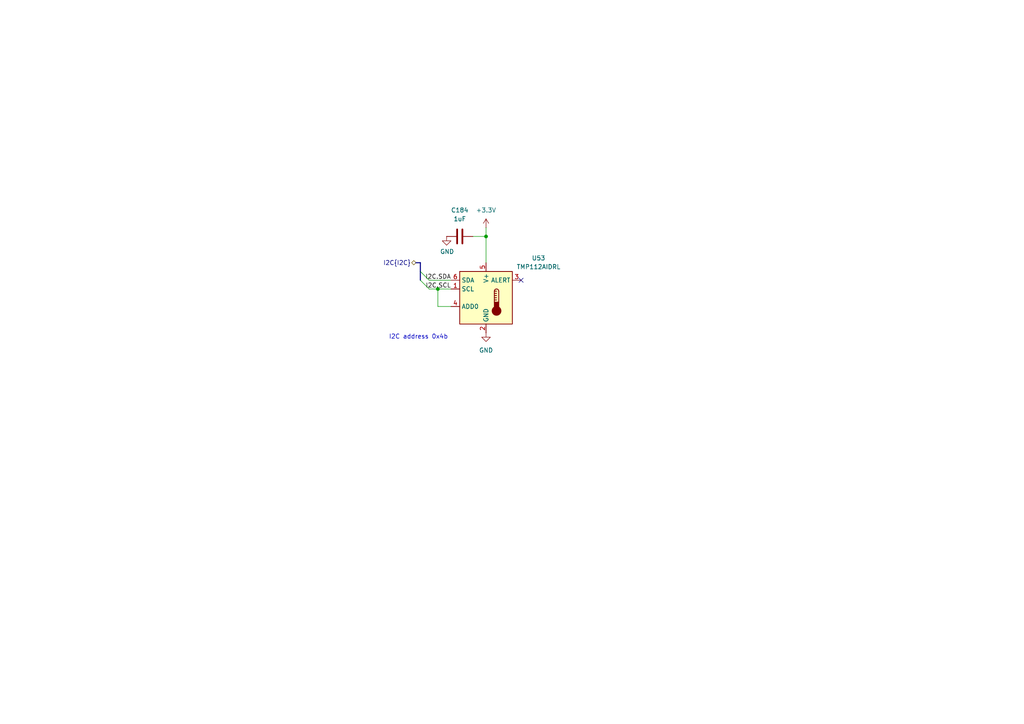
<source format=kicad_sch>
(kicad_sch (version 20250114) (generator "eeschema") (generator_version "9.0")
  (paper "A4")
  (title_block (title "HALPI2") (date "2025-06-06") (rev "v0.4.0") (company "Hat Labs Oy") (comment 1 "https://ohwr.org/cern_ohl_s_v2.pdf") (comment 2 "To view a copy of this license, visit ") (comment 3 "HALPI2 is licensed under CERN-OHL-S v2."))
  (lib_symbols
    (symbol "Device:C" (pin_numbers (hide yes)) (pin_names (offset 0.254))
      (property "Reference" "C" (at 0.635 2.54 0))
      (property "Value" "C" (at 0.635 -2.54 0))
      (symbol "C_0_1"
        (polyline (pts (xy -2.032 0.762) (xy 2.032 0.762)) (stroke (width 0.508)))
        (polyline (pts (xy -2.032 -0.762) (xy 2.032 -0.762)) (stroke (width 0.508)))
      )
      (symbol "C_1_1"
        (pin passive line (at 0 3.81 270) (length 2.794) (name "~") (number "1"))
        (pin passive line (at 0 -3.81 90) (length 2.794) (name "~") (number "2"))
      )
    )
    (symbol "Sensor_Temperature:TMP112xxDRL"
      (property "Reference" "U" (at -2.54 10.795 0))
      (property "Value" "TMP112xxDRL" (at -2.54 8.89 0))
      (symbol "TMP112xxDRL_0_1"
        (rectangle (start -7.62 7.62) (end 7.62 -7.62) (stroke (width 0.254)) (fill (type background)))
      )
      (symbol "TMP112xxDRL_1_1"
        (polyline (pts (xy 2.413 1.905) (xy 2.413 -1.27)) (stroke (width 0.254)))
        (polyline (pts (xy 2.413 1.905) (xy 3.048 1.905)) (stroke (width 0.254)))
        (polyline (pts (xy 2.413 1.27) (xy 3.048 1.27)) (stroke (width 0.254)))
        (polyline (pts (xy 2.413 0.635) (xy 3.048 0.635)) (stroke (width 0.254)))
        (polyline (pts (xy 2.413 0) (xy 3.048 0)) (stroke (width 0.254)))
        (polyline (pts (xy 2.413 -0.635) (xy 3.048 -0.635)) (stroke (width 0.254)))
        (arc (start 2.413 1.905) (mid 3.048 2.5373) (end 3.683 1.905) (stroke (width 0.254)))
        (circle (center 3.048 -3.81) (radius 1.27) (stroke (width 0.254)) (fill (type outline)))
        (polyline (pts (xy 3.683 1.905) (xy 3.683 -1.27)) (stroke (width 0.254)))
        (rectangle (start 3.683 -3.175) (end 2.413 -1.27) (stroke (width 0.254)) (fill (type outline)))
        (pin bidirectional line (at -10.16 5.08 0) (length 2.54) (name "SDA") (number "6"))
        (pin input line (at -10.16 2.54 0) (length 2.54) (name "SCL") (number "1"))
        (pin input line (at -10.16 -2.54 0) (length 2.54) (name "ADD0") (number "4"))
        (pin power_in line (at 0 10.16 270) (length 2.54) (name "V+") (number "5"))
        (pin power_in line (at 0 -10.16 90) (length 2.54) (name "GND") (number "2"))
        (pin open_collector line (at 10.16 5.08 180) (length 2.54) (name "ALERT") (number "3"))
      )
    )
    (symbol "power:+3.3V" (power) (pin_numbers (hide yes)) (pin_names (offset 0) (hide yes))
      (property "Value" "+3.3V" (at 0 3.556 0))
      (symbol "+3.3V_0_1"
        (polyline (pts (xy -0.762 1.27) (xy 0 2.54)))
        (polyline (pts (xy 0 2.54) (xy 0.762 1.27)))
        (polyline (pts (xy 0 0) (xy 0 2.54)))
      )
      (symbol "+3.3V_1_1"
        (pin power_in line (at 0 0 90) (length 0) (name "~") (number "1"))
      )
    )
    (symbol "power:GND" (power) (pin_numbers (hide yes)) (pin_names (offset 0) (hide yes))
      (property "Value" "GND" (at 0 -3.81 0))
      (symbol "GND_0_1"
        (polyline (pts (xy 0 0) (xy 0 -1.27) (xy 1.27 -1.27) (xy 0 -2.54) (xy -1.27 -1.27) (xy 0 -1.27)))
      )
      (symbol "GND_1_1"
        (pin power_in line (at 0 0 270) (length 0) (name "~") (number "1"))
      )
    )
  )
  (text "I2C address 0x4b" (at 112.776 97.79 0) (effects (font (size 1.27 1.27)) (justify left)))
  (junction (at 140.97 68.58))
  (junction (at 127 83.82))
  (no_connect (at 151.13 81.28))
  (bus_entry (at 121.92 81.28) (size 2.54 2.54) (stroke (width 0.1524)))
  (bus_entry (at 121.92 78.74) (size 2.54 2.54) (stroke (width 0.1524)))
  (bus (pts (xy 121.92 78.74) (xy 121.92 81.28)))
  (wire (pts (xy 130.81 88.9) (xy 127 88.9)))
  (wire (pts (xy 130.81 81.28) (xy 124.46 81.28)))
  (bus (pts (xy 121.92 76.2) (xy 120.65 76.2)))
  (wire (pts (xy 127 88.9) (xy 127 83.82)))
  (wire (pts (xy 137.16 68.58) (xy 140.97 68.58)))
  (wire (pts (xy 130.81 83.82) (xy 127 83.82)))
  (wire (pts (xy 127 83.82) (xy 124.46 83.82)))
  (bus (pts (xy 121.92 76.2) (xy 121.92 78.74)))
  (wire (pts (xy 140.97 68.58) (xy 140.97 76.2)))
  (wire (pts (xy 140.97 66.04) (xy 140.97 68.58)))
  (label "I2C.SDA" (at 130.81 81.28 180))
  (label "I2C.SCL" (at 130.81 83.82 180))
  (hierarchical_label "I2C{I2C}" (shape bidirectional) (at 120.65 76.2 180))
  (symbol (lib_id "power:+3.3V") (at 140.97 66.04 0) (unit 1)
    (property "Reference" "#PWR0356" (effects (hide yes)))
    (property "Value" "+3.3V" (at 140.97 60.96 0))
    (property "Description" "Power symbol creates a global label with name \"+3.3V\"" (effects (hide yes)))
  )
  (symbol (lib_id "power:GND") (at 129.54 68.58 0) (unit 1)
    (property "Reference" "#PWR0355" (effects (hide yes)))
    (property "Value" "GND" (at 129.667 72.9742 0))
    (property "Description" "Power symbol creates a global label with name \"GND\" , ground" (effects (hide yes)))
  )
  (symbol (lib_id "power:GND") (at 140.97 96.52 0) (unit 1)
    (property "Reference" "#PWR0357" (effects (hide yes)))
    (property "Value" "GND" (at 140.97 101.6 0))
    (property "Description" "Power symbol creates a global label with name \"GND\" , ground" (effects (hide yes)))
  )
  (symbol (lib_id "Device:C") (at 133.35 68.58 270) (mirror x) (unit 1)
    (property "Reference" "C184" (at 133.35 60.96 90))
    (property "Value" "1uF" (at 133.35 63.5 90))
    (property "Footprint" "Capacitor_SMD:C_0402_1005Metric" (effects (hide yes)))
    (property "Description" "Unpolarized capacitor" (effects (hide yes)))
    (property "LCSC" "C52923" (effects (hide yes)))
  )
  (symbol (lib_id "Sensor_Temperature:TMP112xxDRL") (at 140.97 86.36 0) (unit 1)
    (property "Reference" "U53" (at 156.21 74.8598 0))
    (property "Value" "TMP112AIDRL" (at 156.21 77.3998 0))
    (property "Footprint" "Package_TO_SOT_SMD:SOT-563" (effects (hide yes)))
    (property "Datasheet" "https://www.ti.com/lit/ds/symlink/tmp112.pdf" (effects (hide yes)))
    (property "Description" "Digital Temperature Sensor with I2C/SMBus/Two-wire Interface, 12 bits, +-1C, one-shot conversion, alert, nist traceable, SOT-563" (effects (hide yes)))
    (property "LCSC" "C28927" (effects (hide yes)))
    (property "JLCPCB_CORRECTION" "0;0;180" (effects (hide yes)))
    (property "Component Class" "fine_pitch" (effects (hide yes)))
  )
)
</source>
